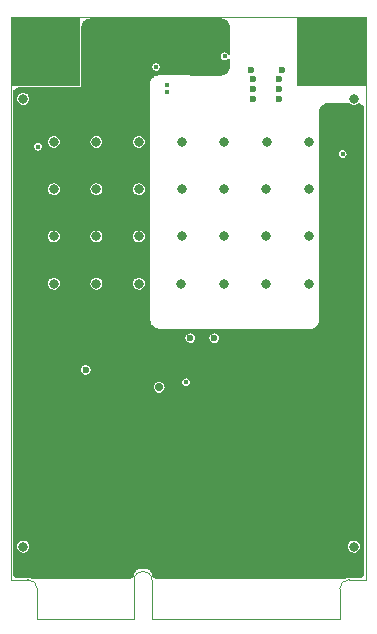
<source format=gbr>
G04 #@! TF.GenerationSoftware,KiCad,Pcbnew,5.1.5+dfsg1-2build2*
G04 #@! TF.CreationDate,2021-01-22T23:18:45+11:00*
G04 #@! TF.ProjectId,mPCIe-LEA-4L,6d504349-652d-44c4-9541-2d344c2e6b69,1*
G04 #@! TF.SameCoordinates,Original*
G04 #@! TF.FileFunction,Copper,L3,Inr*
G04 #@! TF.FilePolarity,Positive*
%FSLAX46Y46*%
G04 Gerber Fmt 4.6, Leading zero omitted, Abs format (unit mm)*
G04 Created by KiCad (PCBNEW 5.1.5+dfsg1-2build2) date 2021-01-22 23:18:45*
%MOMM*%
%LPD*%
G04 APERTURE LIST*
G04 #@! TA.AperFunction,EtchedComponent*
%ADD10C,0.050000*%
G04 #@! TD*
G04 #@! TA.AperFunction,ViaPad*
%ADD11C,0.350000*%
G04 #@! TD*
G04 #@! TA.AperFunction,ViaPad*
%ADD12C,0.600000*%
G04 #@! TD*
G04 #@! TA.AperFunction,ViaPad*
%ADD13C,0.800000*%
G04 #@! TD*
G04 #@! TA.AperFunction,ViaPad*
%ADD14C,0.700000*%
G04 #@! TD*
G04 #@! TA.AperFunction,ViaPad*
%ADD15C,0.500000*%
G04 #@! TD*
G04 #@! TA.AperFunction,ViaPad*
%ADD16C,0.450000*%
G04 #@! TD*
G04 #@! TA.AperFunction,Conductor*
%ADD17C,0.127000*%
G04 #@! TD*
G04 APERTURE END LIST*
D10*
G04 #@! TO.C,PC1*
X136900000Y-125000000D02*
X136900000Y-121750000D01*
X127200000Y-125000000D02*
X127200000Y-122500000D01*
X125000000Y-121700000D02*
X126400000Y-121700000D01*
X152800000Y-125000000D02*
X152800000Y-122500000D01*
X153600000Y-121700000D02*
X155000000Y-121700000D01*
X135400000Y-125000000D02*
X127200000Y-125000000D01*
X125000000Y-74050000D02*
X155000000Y-74050000D01*
X155000000Y-121700000D02*
X155000000Y-74050000D01*
X125000000Y-121700000D02*
X125000000Y-74050000D01*
X136900000Y-125000000D02*
X152800000Y-125000000D01*
X135400000Y-125000000D02*
X135400000Y-121750000D01*
X153600000Y-121700000D02*
G75*
G03X152800000Y-122500000I0J-800000D01*
G01*
X126400000Y-121700000D02*
G75*
G02X127200000Y-122500000I0J-800000D01*
G01*
X135400000Y-121750000D02*
G75*
G02X136900000Y-121750000I750000J0D01*
G01*
G04 #@! TD*
G04 #@! TA.AperFunction,ViaPad*
D11*
G04 #@! TO.N,GND*
G04 #@! TO.C,PC1*
G36*
X155004877Y-74025480D02*
G01*
X155009567Y-74026903D01*
X155013889Y-74029213D01*
X155017678Y-74032322D01*
X155020787Y-74036111D01*
X155023097Y-74040433D01*
X155024520Y-74045123D01*
X155025000Y-74050000D01*
X155025000Y-79850000D01*
X155024520Y-79854877D01*
X155023097Y-79859567D01*
X155020787Y-79863889D01*
X155017678Y-79867678D01*
X155013889Y-79870787D01*
X155009567Y-79873097D01*
X155004877Y-79874520D01*
X155000000Y-79875000D01*
X149200000Y-79875000D01*
X149195123Y-79874520D01*
X149190433Y-79873097D01*
X149186111Y-79870787D01*
X149182322Y-79867678D01*
X149179213Y-79863889D01*
X149176903Y-79859567D01*
X149175480Y-79854877D01*
X149175000Y-79850000D01*
X149175000Y-74050000D01*
X149175480Y-74045123D01*
X149176903Y-74040433D01*
X149179213Y-74036111D01*
X149182322Y-74032322D01*
X149186111Y-74029213D01*
X149190433Y-74026903D01*
X149195123Y-74025480D01*
X149200000Y-74025000D01*
X155000000Y-74025000D01*
X155004877Y-74025480D01*
G37*
G04 #@! TD.AperFunction*
G04 #@! TA.AperFunction,ViaPad*
G36*
X130804877Y-74025480D02*
G01*
X130809567Y-74026903D01*
X130813889Y-74029213D01*
X130817678Y-74032322D01*
X130820787Y-74036111D01*
X130823097Y-74040433D01*
X130824520Y-74045123D01*
X130825000Y-74050000D01*
X130825000Y-79850000D01*
X130824520Y-79854877D01*
X130823097Y-79859567D01*
X130820787Y-79863889D01*
X130817678Y-79867678D01*
X130813889Y-79870787D01*
X130809567Y-79873097D01*
X130804877Y-79874520D01*
X130800000Y-79875000D01*
X125000000Y-79875000D01*
X124995123Y-79874520D01*
X124990433Y-79873097D01*
X124986111Y-79870787D01*
X124982322Y-79867678D01*
X124979213Y-79863889D01*
X124976903Y-79859567D01*
X124975480Y-79854877D01*
X124975000Y-79850000D01*
X124975000Y-74050000D01*
X124975480Y-74045123D01*
X124976903Y-74040433D01*
X124979213Y-74036111D01*
X124982322Y-74032322D01*
X124986111Y-74029213D01*
X124990433Y-74026903D01*
X124995123Y-74025480D01*
X125000000Y-74025000D01*
X130800000Y-74025000D01*
X130804877Y-74025480D01*
G37*
G04 #@! TD.AperFunction*
G04 #@! TD*
D12*
G04 #@! TO.N,GND*
X131300000Y-103950000D03*
X145500000Y-80200000D03*
D13*
X132200000Y-96650000D03*
X128600000Y-96650000D03*
X135800000Y-84650000D03*
D12*
X145500000Y-79350000D03*
X147700000Y-79350000D03*
D13*
X132190000Y-84650000D03*
X135800000Y-96650000D03*
X135800000Y-92650000D03*
X135800000Y-88650000D03*
X128600000Y-84650000D03*
X132200000Y-92650000D03*
X132200000Y-88650000D03*
D12*
X147700000Y-80200000D03*
D13*
X128600000Y-88650000D03*
X128600000Y-92650000D03*
X150200000Y-88650000D03*
X143000000Y-88650000D03*
X126000000Y-118900000D03*
X146600000Y-88650000D03*
X146600000Y-96650000D03*
X139400000Y-96650000D03*
X150200000Y-92650000D03*
X150200000Y-96650000D03*
X146600000Y-92650000D03*
X143000000Y-92650000D03*
X146610000Y-84650000D03*
X154000000Y-118900000D03*
X143000000Y-84650000D03*
X150200000Y-84650000D03*
D12*
X147900000Y-78550000D03*
X145300000Y-78550000D03*
X147700000Y-81000000D03*
X145500000Y-81000000D03*
D13*
X143000000Y-96650000D03*
X139450000Y-88650000D03*
X139450000Y-92650000D03*
X139450000Y-84650000D03*
X154000000Y-81000000D03*
X126000000Y-81000000D03*
D14*
X137525000Y-105425000D03*
D12*
X142175000Y-101250000D03*
X140150000Y-101250000D03*
D14*
G04 #@! TO.N,+3.3V*
X147000000Y-121150000D03*
D12*
X151300000Y-107125000D03*
D14*
X140600000Y-121150000D03*
X128600000Y-121150000D03*
X151800000Y-121150000D03*
D15*
X135000000Y-76050000D03*
X139050000Y-76050000D03*
X143000000Y-76050000D03*
D14*
X132600000Y-110150000D03*
D12*
X135100000Y-83900000D03*
D14*
X136200000Y-97900000D03*
X135950000Y-105425000D03*
D16*
G04 #@! TO.N,/~LED_WLAN*
X153050000Y-85675000D03*
X143050000Y-77400000D03*
G04 #@! TO.N,/~LED_WWAN*
X127250000Y-85050000D03*
X137250000Y-78300000D03*
G04 #@! TO.N,/USB_D+*
X138200000Y-79798000D03*
G04 #@! TO.N,/USB_D-*
X138200000Y-80402000D03*
G04 #@! TO.N,/~RESET*
X139800000Y-105000000D03*
G04 #@! TD*
D17*
G04 #@! TO.N,+3.3V*
G36*
X142899256Y-74281220D02*
G01*
X143044692Y-74332293D01*
X143175058Y-74414544D01*
X143283768Y-74523822D01*
X143365342Y-74654614D01*
X143415656Y-74800315D01*
X143432561Y-74957147D01*
X143420845Y-77209547D01*
X143418211Y-77203187D01*
X143372740Y-77135134D01*
X143314866Y-77077260D01*
X143246813Y-77031789D01*
X143171197Y-77000468D01*
X143090923Y-76984500D01*
X143009077Y-76984500D01*
X142928803Y-77000468D01*
X142853187Y-77031789D01*
X142785134Y-77077260D01*
X142727260Y-77135134D01*
X142681789Y-77203187D01*
X142650468Y-77278803D01*
X142634500Y-77359077D01*
X142634500Y-77440923D01*
X142650468Y-77521197D01*
X142681789Y-77596813D01*
X142727260Y-77664866D01*
X142785134Y-77722740D01*
X142853187Y-77768211D01*
X142928803Y-77799532D01*
X143009077Y-77815500D01*
X143090923Y-77815500D01*
X143171197Y-77799532D01*
X143246813Y-77768211D01*
X143314866Y-77722740D01*
X143372740Y-77664866D01*
X143418211Y-77596813D01*
X143418839Y-77595297D01*
X143415408Y-78254875D01*
X143397067Y-78410698D01*
X143345784Y-78555177D01*
X143263699Y-78684659D01*
X143154909Y-78792684D01*
X143024847Y-78873856D01*
X142880010Y-78924120D01*
X142724073Y-78941359D01*
X137477382Y-78931643D01*
X137470258Y-78932031D01*
X137303018Y-78950597D01*
X137289123Y-78953747D01*
X137130231Y-79009131D01*
X137117390Y-79015300D01*
X136974844Y-79104714D01*
X136963700Y-79113590D01*
X136844676Y-79232532D01*
X136835792Y-79243670D01*
X136746280Y-79386155D01*
X136740103Y-79398992D01*
X136684610Y-79557846D01*
X136681450Y-79571738D01*
X136662769Y-79738965D01*
X136662376Y-79746089D01*
X136685630Y-99715409D01*
X136686036Y-99722501D01*
X136704944Y-99888974D01*
X136708109Y-99902802D01*
X136763501Y-100060924D01*
X136769657Y-100073704D01*
X136858768Y-100215584D01*
X136867607Y-100226678D01*
X136985992Y-100345236D01*
X136997074Y-100354092D01*
X137138824Y-100443411D01*
X137151595Y-100449586D01*
X137309636Y-100505208D01*
X137323459Y-100508393D01*
X137489905Y-100527543D01*
X137496996Y-100527959D01*
X150297866Y-100561528D01*
X150304989Y-100561146D01*
X150472203Y-100542718D01*
X150486096Y-100539580D01*
X150644996Y-100484346D01*
X150657841Y-100478190D01*
X150800432Y-100388928D01*
X150811580Y-100380064D01*
X150930690Y-100261267D01*
X150939583Y-100250141D01*
X151029218Y-100107784D01*
X151035408Y-100094956D01*
X151091058Y-99936201D01*
X151094232Y-99922317D01*
X151113099Y-99755153D01*
X151113500Y-99748031D01*
X151113500Y-85634077D01*
X152634500Y-85634077D01*
X152634500Y-85715923D01*
X152650468Y-85796197D01*
X152681789Y-85871813D01*
X152727260Y-85939866D01*
X152785134Y-85997740D01*
X152853187Y-86043211D01*
X152928803Y-86074532D01*
X153009077Y-86090500D01*
X153090923Y-86090500D01*
X153171197Y-86074532D01*
X153246813Y-86043211D01*
X153314866Y-85997740D01*
X153372740Y-85939866D01*
X153418211Y-85871813D01*
X153449532Y-85796197D01*
X153465500Y-85715923D01*
X153465500Y-85634077D01*
X153449532Y-85553803D01*
X153418211Y-85478187D01*
X153372740Y-85410134D01*
X153314866Y-85352260D01*
X153246813Y-85306789D01*
X153171197Y-85275468D01*
X153090923Y-85259500D01*
X153009077Y-85259500D01*
X152928803Y-85275468D01*
X152853187Y-85306789D01*
X152785134Y-85352260D01*
X152727260Y-85410134D01*
X152681789Y-85478187D01*
X152650468Y-85553803D01*
X152634500Y-85634077D01*
X151113500Y-85634077D01*
X151113500Y-82103569D01*
X151131104Y-81947329D01*
X151181848Y-81802311D01*
X151263587Y-81672224D01*
X151372224Y-81563587D01*
X151502311Y-81481848D01*
X151647329Y-81431104D01*
X151803569Y-81413500D01*
X153578407Y-81413500D01*
X153623578Y-81458671D01*
X153720293Y-81523294D01*
X153827758Y-81567807D01*
X153941841Y-81590500D01*
X154058159Y-81590500D01*
X154172242Y-81567807D01*
X154279707Y-81523294D01*
X154376422Y-81458671D01*
X154403647Y-81431446D01*
X154547689Y-81481848D01*
X154677776Y-81563587D01*
X154784501Y-81670312D01*
X154784500Y-121329689D01*
X154677776Y-121436413D01*
X154601246Y-121484500D01*
X153589421Y-121484500D01*
X153579870Y-121485441D01*
X153574882Y-121485406D01*
X153571888Y-121485700D01*
X153416611Y-121502021D01*
X153397476Y-121505949D01*
X153378294Y-121509608D01*
X153375413Y-121510477D01*
X153226264Y-121556646D01*
X153208249Y-121564219D01*
X153190147Y-121571532D01*
X153187495Y-121572942D01*
X153187491Y-121572944D01*
X153187490Y-121572945D01*
X153162421Y-121586500D01*
X137329997Y-121586500D01*
X137213535Y-121568054D01*
X137112980Y-121516819D01*
X137072279Y-121476118D01*
X137044765Y-121389383D01*
X137037059Y-121371404D01*
X137029627Y-121353373D01*
X137028196Y-121350726D01*
X136966402Y-121238322D01*
X136941917Y-121083734D01*
X136938774Y-121071690D01*
X136935778Y-121064840D01*
X136875411Y-120946363D01*
X136868700Y-120935879D01*
X136863733Y-120930290D01*
X136769710Y-120836267D01*
X136760088Y-120828370D01*
X136753637Y-120824589D01*
X136635160Y-120764222D01*
X136623568Y-120759685D01*
X136616266Y-120758083D01*
X136484934Y-120737282D01*
X136475000Y-120736500D01*
X135825000Y-120736500D01*
X135815066Y-120737282D01*
X135683734Y-120758083D01*
X135671690Y-120761226D01*
X135664840Y-120764222D01*
X135546363Y-120824589D01*
X135535879Y-120831300D01*
X135530290Y-120836267D01*
X135436267Y-120930290D01*
X135428370Y-120939912D01*
X135424589Y-120946363D01*
X135364222Y-121064840D01*
X135359685Y-121076432D01*
X135358083Y-121083735D01*
X135337283Y-121215067D01*
X135334015Y-121235700D01*
X135266315Y-121363025D01*
X135258871Y-121381085D01*
X135251177Y-121399037D01*
X135250288Y-121401908D01*
X135250288Y-121401910D01*
X135250287Y-121401912D01*
X135227953Y-121475887D01*
X135187021Y-121516819D01*
X135086466Y-121568054D01*
X134970004Y-121586500D01*
X126836893Y-121586500D01*
X126806027Y-121570088D01*
X126787979Y-121562649D01*
X126770017Y-121554950D01*
X126767152Y-121554064D01*
X126767142Y-121554060D01*
X126767132Y-121554058D01*
X126617673Y-121508934D01*
X126598539Y-121505145D01*
X126579409Y-121501079D01*
X126576425Y-121500766D01*
X126576415Y-121500764D01*
X126576406Y-121500764D01*
X126421029Y-121485529D01*
X126421026Y-121485529D01*
X126410579Y-121484500D01*
X125398754Y-121484500D01*
X125322224Y-121436413D01*
X125215500Y-121329689D01*
X125215500Y-118841841D01*
X125409500Y-118841841D01*
X125409500Y-118958159D01*
X125432193Y-119072242D01*
X125476706Y-119179707D01*
X125541329Y-119276422D01*
X125623578Y-119358671D01*
X125720293Y-119423294D01*
X125827758Y-119467807D01*
X125941841Y-119490500D01*
X126058159Y-119490500D01*
X126172242Y-119467807D01*
X126279707Y-119423294D01*
X126376422Y-119358671D01*
X126458671Y-119276422D01*
X126523294Y-119179707D01*
X126567807Y-119072242D01*
X126590500Y-118958159D01*
X126590500Y-118841841D01*
X153409500Y-118841841D01*
X153409500Y-118958159D01*
X153432193Y-119072242D01*
X153476706Y-119179707D01*
X153541329Y-119276422D01*
X153623578Y-119358671D01*
X153720293Y-119423294D01*
X153827758Y-119467807D01*
X153941841Y-119490500D01*
X154058159Y-119490500D01*
X154172242Y-119467807D01*
X154279707Y-119423294D01*
X154376422Y-119358671D01*
X154458671Y-119276422D01*
X154523294Y-119179707D01*
X154567807Y-119072242D01*
X154590500Y-118958159D01*
X154590500Y-118841841D01*
X154567807Y-118727758D01*
X154523294Y-118620293D01*
X154458671Y-118523578D01*
X154376422Y-118441329D01*
X154279707Y-118376706D01*
X154172242Y-118332193D01*
X154058159Y-118309500D01*
X153941841Y-118309500D01*
X153827758Y-118332193D01*
X153720293Y-118376706D01*
X153623578Y-118441329D01*
X153541329Y-118523578D01*
X153476706Y-118620293D01*
X153432193Y-118727758D01*
X153409500Y-118841841D01*
X126590500Y-118841841D01*
X126567807Y-118727758D01*
X126523294Y-118620293D01*
X126458671Y-118523578D01*
X126376422Y-118441329D01*
X126279707Y-118376706D01*
X126172242Y-118332193D01*
X126058159Y-118309500D01*
X125941841Y-118309500D01*
X125827758Y-118332193D01*
X125720293Y-118376706D01*
X125623578Y-118441329D01*
X125541329Y-118523578D01*
X125476706Y-118620293D01*
X125432193Y-118727758D01*
X125409500Y-118841841D01*
X125215500Y-118841841D01*
X125215500Y-105371765D01*
X136984500Y-105371765D01*
X136984500Y-105478235D01*
X137005271Y-105582658D01*
X137046015Y-105681023D01*
X137105166Y-105769549D01*
X137180451Y-105844834D01*
X137268977Y-105903985D01*
X137367342Y-105944729D01*
X137471765Y-105965500D01*
X137578235Y-105965500D01*
X137682658Y-105944729D01*
X137781023Y-105903985D01*
X137869549Y-105844834D01*
X137944834Y-105769549D01*
X138003985Y-105681023D01*
X138044729Y-105582658D01*
X138065500Y-105478235D01*
X138065500Y-105371765D01*
X138044729Y-105267342D01*
X138003985Y-105168977D01*
X137944834Y-105080451D01*
X137869549Y-105005166D01*
X137800572Y-104959077D01*
X139384500Y-104959077D01*
X139384500Y-105040923D01*
X139400468Y-105121197D01*
X139431789Y-105196813D01*
X139477260Y-105264866D01*
X139535134Y-105322740D01*
X139603187Y-105368211D01*
X139678803Y-105399532D01*
X139759077Y-105415500D01*
X139840923Y-105415500D01*
X139921197Y-105399532D01*
X139996813Y-105368211D01*
X140064866Y-105322740D01*
X140122740Y-105264866D01*
X140168211Y-105196813D01*
X140199532Y-105121197D01*
X140215500Y-105040923D01*
X140215500Y-104959077D01*
X140199532Y-104878803D01*
X140168211Y-104803187D01*
X140122740Y-104735134D01*
X140064866Y-104677260D01*
X139996813Y-104631789D01*
X139921197Y-104600468D01*
X139840923Y-104584500D01*
X139759077Y-104584500D01*
X139678803Y-104600468D01*
X139603187Y-104631789D01*
X139535134Y-104677260D01*
X139477260Y-104735134D01*
X139431789Y-104803187D01*
X139400468Y-104878803D01*
X139384500Y-104959077D01*
X137800572Y-104959077D01*
X137781023Y-104946015D01*
X137682658Y-104905271D01*
X137578235Y-104884500D01*
X137471765Y-104884500D01*
X137367342Y-104905271D01*
X137268977Y-104946015D01*
X137180451Y-105005166D01*
X137105166Y-105080451D01*
X137046015Y-105168977D01*
X137005271Y-105267342D01*
X136984500Y-105371765D01*
X125215500Y-105371765D01*
X125215500Y-103901690D01*
X130809500Y-103901690D01*
X130809500Y-103998310D01*
X130828350Y-104093073D01*
X130865325Y-104182339D01*
X130919004Y-104262675D01*
X130987325Y-104330996D01*
X131067661Y-104384675D01*
X131156927Y-104421650D01*
X131251690Y-104440500D01*
X131348310Y-104440500D01*
X131443073Y-104421650D01*
X131532339Y-104384675D01*
X131612675Y-104330996D01*
X131680996Y-104262675D01*
X131734675Y-104182339D01*
X131771650Y-104093073D01*
X131790500Y-103998310D01*
X131790500Y-103901690D01*
X131771650Y-103806927D01*
X131734675Y-103717661D01*
X131680996Y-103637325D01*
X131612675Y-103569004D01*
X131532339Y-103515325D01*
X131443073Y-103478350D01*
X131348310Y-103459500D01*
X131251690Y-103459500D01*
X131156927Y-103478350D01*
X131067661Y-103515325D01*
X130987325Y-103569004D01*
X130919004Y-103637325D01*
X130865325Y-103717661D01*
X130828350Y-103806927D01*
X130809500Y-103901690D01*
X125215500Y-103901690D01*
X125215500Y-101201690D01*
X139659500Y-101201690D01*
X139659500Y-101298310D01*
X139678350Y-101393073D01*
X139715325Y-101482339D01*
X139769004Y-101562675D01*
X139837325Y-101630996D01*
X139917661Y-101684675D01*
X140006927Y-101721650D01*
X140101690Y-101740500D01*
X140198310Y-101740500D01*
X140293073Y-101721650D01*
X140382339Y-101684675D01*
X140462675Y-101630996D01*
X140530996Y-101562675D01*
X140584675Y-101482339D01*
X140621650Y-101393073D01*
X140640500Y-101298310D01*
X140640500Y-101201690D01*
X141684500Y-101201690D01*
X141684500Y-101298310D01*
X141703350Y-101393073D01*
X141740325Y-101482339D01*
X141794004Y-101562675D01*
X141862325Y-101630996D01*
X141942661Y-101684675D01*
X142031927Y-101721650D01*
X142126690Y-101740500D01*
X142223310Y-101740500D01*
X142318073Y-101721650D01*
X142407339Y-101684675D01*
X142487675Y-101630996D01*
X142555996Y-101562675D01*
X142609675Y-101482339D01*
X142646650Y-101393073D01*
X142665500Y-101298310D01*
X142665500Y-101201690D01*
X142646650Y-101106927D01*
X142609675Y-101017661D01*
X142555996Y-100937325D01*
X142487675Y-100869004D01*
X142407339Y-100815325D01*
X142318073Y-100778350D01*
X142223310Y-100759500D01*
X142126690Y-100759500D01*
X142031927Y-100778350D01*
X141942661Y-100815325D01*
X141862325Y-100869004D01*
X141794004Y-100937325D01*
X141740325Y-101017661D01*
X141703350Y-101106927D01*
X141684500Y-101201690D01*
X140640500Y-101201690D01*
X140621650Y-101106927D01*
X140584675Y-101017661D01*
X140530996Y-100937325D01*
X140462675Y-100869004D01*
X140382339Y-100815325D01*
X140293073Y-100778350D01*
X140198310Y-100759500D01*
X140101690Y-100759500D01*
X140006927Y-100778350D01*
X139917661Y-100815325D01*
X139837325Y-100869004D01*
X139769004Y-100937325D01*
X139715325Y-101017661D01*
X139678350Y-101106927D01*
X139659500Y-101201690D01*
X125215500Y-101201690D01*
X125215500Y-96591841D01*
X128009500Y-96591841D01*
X128009500Y-96708159D01*
X128032193Y-96822242D01*
X128076706Y-96929707D01*
X128141329Y-97026422D01*
X128223578Y-97108671D01*
X128320293Y-97173294D01*
X128427758Y-97217807D01*
X128541841Y-97240500D01*
X128658159Y-97240500D01*
X128772242Y-97217807D01*
X128879707Y-97173294D01*
X128976422Y-97108671D01*
X129058671Y-97026422D01*
X129123294Y-96929707D01*
X129167807Y-96822242D01*
X129190500Y-96708159D01*
X129190500Y-96591841D01*
X131609500Y-96591841D01*
X131609500Y-96708159D01*
X131632193Y-96822242D01*
X131676706Y-96929707D01*
X131741329Y-97026422D01*
X131823578Y-97108671D01*
X131920293Y-97173294D01*
X132027758Y-97217807D01*
X132141841Y-97240500D01*
X132258159Y-97240500D01*
X132372242Y-97217807D01*
X132479707Y-97173294D01*
X132576422Y-97108671D01*
X132658671Y-97026422D01*
X132723294Y-96929707D01*
X132767807Y-96822242D01*
X132790500Y-96708159D01*
X132790500Y-96591841D01*
X135209500Y-96591841D01*
X135209500Y-96708159D01*
X135232193Y-96822242D01*
X135276706Y-96929707D01*
X135341329Y-97026422D01*
X135423578Y-97108671D01*
X135520293Y-97173294D01*
X135627758Y-97217807D01*
X135741841Y-97240500D01*
X135858159Y-97240500D01*
X135972242Y-97217807D01*
X136079707Y-97173294D01*
X136176422Y-97108671D01*
X136258671Y-97026422D01*
X136323294Y-96929707D01*
X136367807Y-96822242D01*
X136390500Y-96708159D01*
X136390500Y-96591841D01*
X136367807Y-96477758D01*
X136323294Y-96370293D01*
X136258671Y-96273578D01*
X136176422Y-96191329D01*
X136079707Y-96126706D01*
X135972242Y-96082193D01*
X135858159Y-96059500D01*
X135741841Y-96059500D01*
X135627758Y-96082193D01*
X135520293Y-96126706D01*
X135423578Y-96191329D01*
X135341329Y-96273578D01*
X135276706Y-96370293D01*
X135232193Y-96477758D01*
X135209500Y-96591841D01*
X132790500Y-96591841D01*
X132767807Y-96477758D01*
X132723294Y-96370293D01*
X132658671Y-96273578D01*
X132576422Y-96191329D01*
X132479707Y-96126706D01*
X132372242Y-96082193D01*
X132258159Y-96059500D01*
X132141841Y-96059500D01*
X132027758Y-96082193D01*
X131920293Y-96126706D01*
X131823578Y-96191329D01*
X131741329Y-96273578D01*
X131676706Y-96370293D01*
X131632193Y-96477758D01*
X131609500Y-96591841D01*
X129190500Y-96591841D01*
X129167807Y-96477758D01*
X129123294Y-96370293D01*
X129058671Y-96273578D01*
X128976422Y-96191329D01*
X128879707Y-96126706D01*
X128772242Y-96082193D01*
X128658159Y-96059500D01*
X128541841Y-96059500D01*
X128427758Y-96082193D01*
X128320293Y-96126706D01*
X128223578Y-96191329D01*
X128141329Y-96273578D01*
X128076706Y-96370293D01*
X128032193Y-96477758D01*
X128009500Y-96591841D01*
X125215500Y-96591841D01*
X125215500Y-92591841D01*
X128009500Y-92591841D01*
X128009500Y-92708159D01*
X128032193Y-92822242D01*
X128076706Y-92929707D01*
X128141329Y-93026422D01*
X128223578Y-93108671D01*
X128320293Y-93173294D01*
X128427758Y-93217807D01*
X128541841Y-93240500D01*
X128658159Y-93240500D01*
X128772242Y-93217807D01*
X128879707Y-93173294D01*
X128976422Y-93108671D01*
X129058671Y-93026422D01*
X129123294Y-92929707D01*
X129167807Y-92822242D01*
X129190500Y-92708159D01*
X129190500Y-92591841D01*
X131609500Y-92591841D01*
X131609500Y-92708159D01*
X131632193Y-92822242D01*
X131676706Y-92929707D01*
X131741329Y-93026422D01*
X131823578Y-93108671D01*
X131920293Y-93173294D01*
X132027758Y-93217807D01*
X132141841Y-93240500D01*
X132258159Y-93240500D01*
X132372242Y-93217807D01*
X132479707Y-93173294D01*
X132576422Y-93108671D01*
X132658671Y-93026422D01*
X132723294Y-92929707D01*
X132767807Y-92822242D01*
X132790500Y-92708159D01*
X132790500Y-92591841D01*
X135209500Y-92591841D01*
X135209500Y-92708159D01*
X135232193Y-92822242D01*
X135276706Y-92929707D01*
X135341329Y-93026422D01*
X135423578Y-93108671D01*
X135520293Y-93173294D01*
X135627758Y-93217807D01*
X135741841Y-93240500D01*
X135858159Y-93240500D01*
X135972242Y-93217807D01*
X136079707Y-93173294D01*
X136176422Y-93108671D01*
X136258671Y-93026422D01*
X136323294Y-92929707D01*
X136367807Y-92822242D01*
X136390500Y-92708159D01*
X136390500Y-92591841D01*
X136367807Y-92477758D01*
X136323294Y-92370293D01*
X136258671Y-92273578D01*
X136176422Y-92191329D01*
X136079707Y-92126706D01*
X135972242Y-92082193D01*
X135858159Y-92059500D01*
X135741841Y-92059500D01*
X135627758Y-92082193D01*
X135520293Y-92126706D01*
X135423578Y-92191329D01*
X135341329Y-92273578D01*
X135276706Y-92370293D01*
X135232193Y-92477758D01*
X135209500Y-92591841D01*
X132790500Y-92591841D01*
X132767807Y-92477758D01*
X132723294Y-92370293D01*
X132658671Y-92273578D01*
X132576422Y-92191329D01*
X132479707Y-92126706D01*
X132372242Y-92082193D01*
X132258159Y-92059500D01*
X132141841Y-92059500D01*
X132027758Y-92082193D01*
X131920293Y-92126706D01*
X131823578Y-92191329D01*
X131741329Y-92273578D01*
X131676706Y-92370293D01*
X131632193Y-92477758D01*
X131609500Y-92591841D01*
X129190500Y-92591841D01*
X129167807Y-92477758D01*
X129123294Y-92370293D01*
X129058671Y-92273578D01*
X128976422Y-92191329D01*
X128879707Y-92126706D01*
X128772242Y-92082193D01*
X128658159Y-92059500D01*
X128541841Y-92059500D01*
X128427758Y-92082193D01*
X128320293Y-92126706D01*
X128223578Y-92191329D01*
X128141329Y-92273578D01*
X128076706Y-92370293D01*
X128032193Y-92477758D01*
X128009500Y-92591841D01*
X125215500Y-92591841D01*
X125215500Y-88591841D01*
X128009500Y-88591841D01*
X128009500Y-88708159D01*
X128032193Y-88822242D01*
X128076706Y-88929707D01*
X128141329Y-89026422D01*
X128223578Y-89108671D01*
X128320293Y-89173294D01*
X128427758Y-89217807D01*
X128541841Y-89240500D01*
X128658159Y-89240500D01*
X128772242Y-89217807D01*
X128879707Y-89173294D01*
X128976422Y-89108671D01*
X129058671Y-89026422D01*
X129123294Y-88929707D01*
X129167807Y-88822242D01*
X129190500Y-88708159D01*
X129190500Y-88591841D01*
X131609500Y-88591841D01*
X131609500Y-88708159D01*
X131632193Y-88822242D01*
X131676706Y-88929707D01*
X131741329Y-89026422D01*
X131823578Y-89108671D01*
X131920293Y-89173294D01*
X132027758Y-89217807D01*
X132141841Y-89240500D01*
X132258159Y-89240500D01*
X132372242Y-89217807D01*
X132479707Y-89173294D01*
X132576422Y-89108671D01*
X132658671Y-89026422D01*
X132723294Y-88929707D01*
X132767807Y-88822242D01*
X132790500Y-88708159D01*
X132790500Y-88591841D01*
X135209500Y-88591841D01*
X135209500Y-88708159D01*
X135232193Y-88822242D01*
X135276706Y-88929707D01*
X135341329Y-89026422D01*
X135423578Y-89108671D01*
X135520293Y-89173294D01*
X135627758Y-89217807D01*
X135741841Y-89240500D01*
X135858159Y-89240500D01*
X135972242Y-89217807D01*
X136079707Y-89173294D01*
X136176422Y-89108671D01*
X136258671Y-89026422D01*
X136323294Y-88929707D01*
X136367807Y-88822242D01*
X136390500Y-88708159D01*
X136390500Y-88591841D01*
X136367807Y-88477758D01*
X136323294Y-88370293D01*
X136258671Y-88273578D01*
X136176422Y-88191329D01*
X136079707Y-88126706D01*
X135972242Y-88082193D01*
X135858159Y-88059500D01*
X135741841Y-88059500D01*
X135627758Y-88082193D01*
X135520293Y-88126706D01*
X135423578Y-88191329D01*
X135341329Y-88273578D01*
X135276706Y-88370293D01*
X135232193Y-88477758D01*
X135209500Y-88591841D01*
X132790500Y-88591841D01*
X132767807Y-88477758D01*
X132723294Y-88370293D01*
X132658671Y-88273578D01*
X132576422Y-88191329D01*
X132479707Y-88126706D01*
X132372242Y-88082193D01*
X132258159Y-88059500D01*
X132141841Y-88059500D01*
X132027758Y-88082193D01*
X131920293Y-88126706D01*
X131823578Y-88191329D01*
X131741329Y-88273578D01*
X131676706Y-88370293D01*
X131632193Y-88477758D01*
X131609500Y-88591841D01*
X129190500Y-88591841D01*
X129167807Y-88477758D01*
X129123294Y-88370293D01*
X129058671Y-88273578D01*
X128976422Y-88191329D01*
X128879707Y-88126706D01*
X128772242Y-88082193D01*
X128658159Y-88059500D01*
X128541841Y-88059500D01*
X128427758Y-88082193D01*
X128320293Y-88126706D01*
X128223578Y-88191329D01*
X128141329Y-88273578D01*
X128076706Y-88370293D01*
X128032193Y-88477758D01*
X128009500Y-88591841D01*
X125215500Y-88591841D01*
X125215500Y-85009077D01*
X126834500Y-85009077D01*
X126834500Y-85090923D01*
X126850468Y-85171197D01*
X126881789Y-85246813D01*
X126927260Y-85314866D01*
X126985134Y-85372740D01*
X127053187Y-85418211D01*
X127128803Y-85449532D01*
X127209077Y-85465500D01*
X127290923Y-85465500D01*
X127371197Y-85449532D01*
X127446813Y-85418211D01*
X127514866Y-85372740D01*
X127572740Y-85314866D01*
X127618211Y-85246813D01*
X127649532Y-85171197D01*
X127665500Y-85090923D01*
X127665500Y-85009077D01*
X127649532Y-84928803D01*
X127618211Y-84853187D01*
X127572740Y-84785134D01*
X127514866Y-84727260D01*
X127446813Y-84681789D01*
X127371197Y-84650468D01*
X127290923Y-84634500D01*
X127209077Y-84634500D01*
X127128803Y-84650468D01*
X127053187Y-84681789D01*
X126985134Y-84727260D01*
X126927260Y-84785134D01*
X126881789Y-84853187D01*
X126850468Y-84928803D01*
X126834500Y-85009077D01*
X125215500Y-85009077D01*
X125215500Y-84591841D01*
X128009500Y-84591841D01*
X128009500Y-84708159D01*
X128032193Y-84822242D01*
X128076706Y-84929707D01*
X128141329Y-85026422D01*
X128223578Y-85108671D01*
X128320293Y-85173294D01*
X128427758Y-85217807D01*
X128541841Y-85240500D01*
X128658159Y-85240500D01*
X128772242Y-85217807D01*
X128879707Y-85173294D01*
X128976422Y-85108671D01*
X129058671Y-85026422D01*
X129123294Y-84929707D01*
X129167807Y-84822242D01*
X129190500Y-84708159D01*
X129190500Y-84591841D01*
X131599500Y-84591841D01*
X131599500Y-84708159D01*
X131622193Y-84822242D01*
X131666706Y-84929707D01*
X131731329Y-85026422D01*
X131813578Y-85108671D01*
X131910293Y-85173294D01*
X132017758Y-85217807D01*
X132131841Y-85240500D01*
X132248159Y-85240500D01*
X132362242Y-85217807D01*
X132469707Y-85173294D01*
X132566422Y-85108671D01*
X132648671Y-85026422D01*
X132713294Y-84929707D01*
X132757807Y-84822242D01*
X132780500Y-84708159D01*
X132780500Y-84591841D01*
X135209500Y-84591841D01*
X135209500Y-84708159D01*
X135232193Y-84822242D01*
X135276706Y-84929707D01*
X135341329Y-85026422D01*
X135423578Y-85108671D01*
X135520293Y-85173294D01*
X135627758Y-85217807D01*
X135741841Y-85240500D01*
X135858159Y-85240500D01*
X135972242Y-85217807D01*
X136079707Y-85173294D01*
X136176422Y-85108671D01*
X136258671Y-85026422D01*
X136323294Y-84929707D01*
X136367807Y-84822242D01*
X136390500Y-84708159D01*
X136390500Y-84591841D01*
X136367807Y-84477758D01*
X136323294Y-84370293D01*
X136258671Y-84273578D01*
X136176422Y-84191329D01*
X136079707Y-84126706D01*
X135972242Y-84082193D01*
X135858159Y-84059500D01*
X135741841Y-84059500D01*
X135627758Y-84082193D01*
X135520293Y-84126706D01*
X135423578Y-84191329D01*
X135341329Y-84273578D01*
X135276706Y-84370293D01*
X135232193Y-84477758D01*
X135209500Y-84591841D01*
X132780500Y-84591841D01*
X132757807Y-84477758D01*
X132713294Y-84370293D01*
X132648671Y-84273578D01*
X132566422Y-84191329D01*
X132469707Y-84126706D01*
X132362242Y-84082193D01*
X132248159Y-84059500D01*
X132131841Y-84059500D01*
X132017758Y-84082193D01*
X131910293Y-84126706D01*
X131813578Y-84191329D01*
X131731329Y-84273578D01*
X131666706Y-84370293D01*
X131622193Y-84477758D01*
X131599500Y-84591841D01*
X129190500Y-84591841D01*
X129167807Y-84477758D01*
X129123294Y-84370293D01*
X129058671Y-84273578D01*
X128976422Y-84191329D01*
X128879707Y-84126706D01*
X128772242Y-84082193D01*
X128658159Y-84059500D01*
X128541841Y-84059500D01*
X128427758Y-84082193D01*
X128320293Y-84126706D01*
X128223578Y-84191329D01*
X128141329Y-84273578D01*
X128076706Y-84370293D01*
X128032193Y-84477758D01*
X128009500Y-84591841D01*
X125215500Y-84591841D01*
X125215500Y-80941841D01*
X125409500Y-80941841D01*
X125409500Y-81058159D01*
X125432193Y-81172242D01*
X125476706Y-81279707D01*
X125541329Y-81376422D01*
X125623578Y-81458671D01*
X125720293Y-81523294D01*
X125827758Y-81567807D01*
X125941841Y-81590500D01*
X126058159Y-81590500D01*
X126172242Y-81567807D01*
X126279707Y-81523294D01*
X126376422Y-81458671D01*
X126458671Y-81376422D01*
X126523294Y-81279707D01*
X126567807Y-81172242D01*
X126590500Y-81058159D01*
X126590500Y-80941841D01*
X126567807Y-80827758D01*
X126523294Y-80720293D01*
X126458671Y-80623578D01*
X126376422Y-80541329D01*
X126279707Y-80476706D01*
X126172242Y-80432193D01*
X126058159Y-80409500D01*
X125941841Y-80409500D01*
X125827758Y-80432193D01*
X125720293Y-80476706D01*
X125623578Y-80541329D01*
X125541329Y-80623578D01*
X125476706Y-80720293D01*
X125432193Y-80827758D01*
X125409500Y-80941841D01*
X125215500Y-80941841D01*
X125215500Y-80320311D01*
X125322224Y-80213587D01*
X125452311Y-80131848D01*
X125597329Y-80081104D01*
X125727636Y-80066422D01*
X130800000Y-80066422D01*
X130818749Y-80065502D01*
X130823626Y-80065022D01*
X130860455Y-80057696D01*
X130865145Y-80056273D01*
X130899798Y-80041919D01*
X130904120Y-80039609D01*
X130935313Y-80018769D01*
X130939102Y-80015660D01*
X130965660Y-79989102D01*
X130968769Y-79985313D01*
X130989609Y-79954120D01*
X130991919Y-79949798D01*
X131006273Y-79915145D01*
X131007696Y-79910455D01*
X131015022Y-79873626D01*
X131015502Y-79868749D01*
X131016422Y-79850000D01*
X131016422Y-78259077D01*
X136834500Y-78259077D01*
X136834500Y-78340923D01*
X136850468Y-78421197D01*
X136881789Y-78496813D01*
X136927260Y-78564866D01*
X136985134Y-78622740D01*
X137053187Y-78668211D01*
X137128803Y-78699532D01*
X137209077Y-78715500D01*
X137290923Y-78715500D01*
X137371197Y-78699532D01*
X137446813Y-78668211D01*
X137514866Y-78622740D01*
X137572740Y-78564866D01*
X137618211Y-78496813D01*
X137649532Y-78421197D01*
X137665500Y-78340923D01*
X137665500Y-78259077D01*
X137649532Y-78178803D01*
X137618211Y-78103187D01*
X137572740Y-78035134D01*
X137514866Y-77977260D01*
X137446813Y-77931789D01*
X137371197Y-77900468D01*
X137290923Y-77884500D01*
X137209077Y-77884500D01*
X137128803Y-77900468D01*
X137053187Y-77931789D01*
X136985134Y-77977260D01*
X136927260Y-78035134D01*
X136881789Y-78103187D01*
X136850468Y-78178803D01*
X136834500Y-78259077D01*
X131016422Y-78259077D01*
X131016422Y-74927636D01*
X131031104Y-74797329D01*
X131081848Y-74652311D01*
X131163587Y-74522224D01*
X131272224Y-74413587D01*
X131402311Y-74331848D01*
X131547329Y-74281104D01*
X131685818Y-74265500D01*
X142760203Y-74265500D01*
X142899256Y-74281220D01*
G37*
X142899256Y-74281220D02*
X143044692Y-74332293D01*
X143175058Y-74414544D01*
X143283768Y-74523822D01*
X143365342Y-74654614D01*
X143415656Y-74800315D01*
X143432561Y-74957147D01*
X143420845Y-77209547D01*
X143418211Y-77203187D01*
X143372740Y-77135134D01*
X143314866Y-77077260D01*
X143246813Y-77031789D01*
X143171197Y-77000468D01*
X143090923Y-76984500D01*
X143009077Y-76984500D01*
X142928803Y-77000468D01*
X142853187Y-77031789D01*
X142785134Y-77077260D01*
X142727260Y-77135134D01*
X142681789Y-77203187D01*
X142650468Y-77278803D01*
X142634500Y-77359077D01*
X142634500Y-77440923D01*
X142650468Y-77521197D01*
X142681789Y-77596813D01*
X142727260Y-77664866D01*
X142785134Y-77722740D01*
X142853187Y-77768211D01*
X142928803Y-77799532D01*
X143009077Y-77815500D01*
X143090923Y-77815500D01*
X143171197Y-77799532D01*
X143246813Y-77768211D01*
X143314866Y-77722740D01*
X143372740Y-77664866D01*
X143418211Y-77596813D01*
X143418839Y-77595297D01*
X143415408Y-78254875D01*
X143397067Y-78410698D01*
X143345784Y-78555177D01*
X143263699Y-78684659D01*
X143154909Y-78792684D01*
X143024847Y-78873856D01*
X142880010Y-78924120D01*
X142724073Y-78941359D01*
X137477382Y-78931643D01*
X137470258Y-78932031D01*
X137303018Y-78950597D01*
X137289123Y-78953747D01*
X137130231Y-79009131D01*
X137117390Y-79015300D01*
X136974844Y-79104714D01*
X136963700Y-79113590D01*
X136844676Y-79232532D01*
X136835792Y-79243670D01*
X136746280Y-79386155D01*
X136740103Y-79398992D01*
X136684610Y-79557846D01*
X136681450Y-79571738D01*
X136662769Y-79738965D01*
X136662376Y-79746089D01*
X136685630Y-99715409D01*
X136686036Y-99722501D01*
X136704944Y-99888974D01*
X136708109Y-99902802D01*
X136763501Y-100060924D01*
X136769657Y-100073704D01*
X136858768Y-100215584D01*
X136867607Y-100226678D01*
X136985992Y-100345236D01*
X136997074Y-100354092D01*
X137138824Y-100443411D01*
X137151595Y-100449586D01*
X137309636Y-100505208D01*
X137323459Y-100508393D01*
X137489905Y-100527543D01*
X137496996Y-100527959D01*
X150297866Y-100561528D01*
X150304989Y-100561146D01*
X150472203Y-100542718D01*
X150486096Y-100539580D01*
X150644996Y-100484346D01*
X150657841Y-100478190D01*
X150800432Y-100388928D01*
X150811580Y-100380064D01*
X150930690Y-100261267D01*
X150939583Y-100250141D01*
X151029218Y-100107784D01*
X151035408Y-100094956D01*
X151091058Y-99936201D01*
X151094232Y-99922317D01*
X151113099Y-99755153D01*
X151113500Y-99748031D01*
X151113500Y-85634077D01*
X152634500Y-85634077D01*
X152634500Y-85715923D01*
X152650468Y-85796197D01*
X152681789Y-85871813D01*
X152727260Y-85939866D01*
X152785134Y-85997740D01*
X152853187Y-86043211D01*
X152928803Y-86074532D01*
X153009077Y-86090500D01*
X153090923Y-86090500D01*
X153171197Y-86074532D01*
X153246813Y-86043211D01*
X153314866Y-85997740D01*
X153372740Y-85939866D01*
X153418211Y-85871813D01*
X153449532Y-85796197D01*
X153465500Y-85715923D01*
X153465500Y-85634077D01*
X153449532Y-85553803D01*
X153418211Y-85478187D01*
X153372740Y-85410134D01*
X153314866Y-85352260D01*
X153246813Y-85306789D01*
X153171197Y-85275468D01*
X153090923Y-85259500D01*
X153009077Y-85259500D01*
X152928803Y-85275468D01*
X152853187Y-85306789D01*
X152785134Y-85352260D01*
X152727260Y-85410134D01*
X152681789Y-85478187D01*
X152650468Y-85553803D01*
X152634500Y-85634077D01*
X151113500Y-85634077D01*
X151113500Y-82103569D01*
X151131104Y-81947329D01*
X151181848Y-81802311D01*
X151263587Y-81672224D01*
X151372224Y-81563587D01*
X151502311Y-81481848D01*
X151647329Y-81431104D01*
X151803569Y-81413500D01*
X153578407Y-81413500D01*
X153623578Y-81458671D01*
X153720293Y-81523294D01*
X153827758Y-81567807D01*
X153941841Y-81590500D01*
X154058159Y-81590500D01*
X154172242Y-81567807D01*
X154279707Y-81523294D01*
X154376422Y-81458671D01*
X154403647Y-81431446D01*
X154547689Y-81481848D01*
X154677776Y-81563587D01*
X154784501Y-81670312D01*
X154784500Y-121329689D01*
X154677776Y-121436413D01*
X154601246Y-121484500D01*
X153589421Y-121484500D01*
X153579870Y-121485441D01*
X153574882Y-121485406D01*
X153571888Y-121485700D01*
X153416611Y-121502021D01*
X153397476Y-121505949D01*
X153378294Y-121509608D01*
X153375413Y-121510477D01*
X153226264Y-121556646D01*
X153208249Y-121564219D01*
X153190147Y-121571532D01*
X153187495Y-121572942D01*
X153187491Y-121572944D01*
X153187490Y-121572945D01*
X153162421Y-121586500D01*
X137329997Y-121586500D01*
X137213535Y-121568054D01*
X137112980Y-121516819D01*
X137072279Y-121476118D01*
X137044765Y-121389383D01*
X137037059Y-121371404D01*
X137029627Y-121353373D01*
X137028196Y-121350726D01*
X136966402Y-121238322D01*
X136941917Y-121083734D01*
X136938774Y-121071690D01*
X136935778Y-121064840D01*
X136875411Y-120946363D01*
X136868700Y-120935879D01*
X136863733Y-120930290D01*
X136769710Y-120836267D01*
X136760088Y-120828370D01*
X136753637Y-120824589D01*
X136635160Y-120764222D01*
X136623568Y-120759685D01*
X136616266Y-120758083D01*
X136484934Y-120737282D01*
X136475000Y-120736500D01*
X135825000Y-120736500D01*
X135815066Y-120737282D01*
X135683734Y-120758083D01*
X135671690Y-120761226D01*
X135664840Y-120764222D01*
X135546363Y-120824589D01*
X135535879Y-120831300D01*
X135530290Y-120836267D01*
X135436267Y-120930290D01*
X135428370Y-120939912D01*
X135424589Y-120946363D01*
X135364222Y-121064840D01*
X135359685Y-121076432D01*
X135358083Y-121083735D01*
X135337283Y-121215067D01*
X135334015Y-121235700D01*
X135266315Y-121363025D01*
X135258871Y-121381085D01*
X135251177Y-121399037D01*
X135250288Y-121401908D01*
X135250288Y-121401910D01*
X135250287Y-121401912D01*
X135227953Y-121475887D01*
X135187021Y-121516819D01*
X135086466Y-121568054D01*
X134970004Y-121586500D01*
X126836893Y-121586500D01*
X126806027Y-121570088D01*
X126787979Y-121562649D01*
X126770017Y-121554950D01*
X126767152Y-121554064D01*
X126767142Y-121554060D01*
X126767132Y-121554058D01*
X126617673Y-121508934D01*
X126598539Y-121505145D01*
X126579409Y-121501079D01*
X126576425Y-121500766D01*
X126576415Y-121500764D01*
X126576406Y-121500764D01*
X126421029Y-121485529D01*
X126421026Y-121485529D01*
X126410579Y-121484500D01*
X125398754Y-121484500D01*
X125322224Y-121436413D01*
X125215500Y-121329689D01*
X125215500Y-118841841D01*
X125409500Y-118841841D01*
X125409500Y-118958159D01*
X125432193Y-119072242D01*
X125476706Y-119179707D01*
X125541329Y-119276422D01*
X125623578Y-119358671D01*
X125720293Y-119423294D01*
X125827758Y-119467807D01*
X125941841Y-119490500D01*
X126058159Y-119490500D01*
X126172242Y-119467807D01*
X126279707Y-119423294D01*
X126376422Y-119358671D01*
X126458671Y-119276422D01*
X126523294Y-119179707D01*
X126567807Y-119072242D01*
X126590500Y-118958159D01*
X126590500Y-118841841D01*
X153409500Y-118841841D01*
X153409500Y-118958159D01*
X153432193Y-119072242D01*
X153476706Y-119179707D01*
X153541329Y-119276422D01*
X153623578Y-119358671D01*
X153720293Y-119423294D01*
X153827758Y-119467807D01*
X153941841Y-119490500D01*
X154058159Y-119490500D01*
X154172242Y-119467807D01*
X154279707Y-119423294D01*
X154376422Y-119358671D01*
X154458671Y-119276422D01*
X154523294Y-119179707D01*
X154567807Y-119072242D01*
X154590500Y-118958159D01*
X154590500Y-118841841D01*
X154567807Y-118727758D01*
X154523294Y-118620293D01*
X154458671Y-118523578D01*
X154376422Y-118441329D01*
X154279707Y-118376706D01*
X154172242Y-118332193D01*
X154058159Y-118309500D01*
X153941841Y-118309500D01*
X153827758Y-118332193D01*
X153720293Y-118376706D01*
X153623578Y-118441329D01*
X153541329Y-118523578D01*
X153476706Y-118620293D01*
X153432193Y-118727758D01*
X153409500Y-118841841D01*
X126590500Y-118841841D01*
X126567807Y-118727758D01*
X126523294Y-118620293D01*
X126458671Y-118523578D01*
X126376422Y-118441329D01*
X126279707Y-118376706D01*
X126172242Y-118332193D01*
X126058159Y-118309500D01*
X125941841Y-118309500D01*
X125827758Y-118332193D01*
X125720293Y-118376706D01*
X125623578Y-118441329D01*
X125541329Y-118523578D01*
X125476706Y-118620293D01*
X125432193Y-118727758D01*
X125409500Y-118841841D01*
X125215500Y-118841841D01*
X125215500Y-105371765D01*
X136984500Y-105371765D01*
X136984500Y-105478235D01*
X137005271Y-105582658D01*
X137046015Y-105681023D01*
X137105166Y-105769549D01*
X137180451Y-105844834D01*
X137268977Y-105903985D01*
X137367342Y-105944729D01*
X137471765Y-105965500D01*
X137578235Y-105965500D01*
X137682658Y-105944729D01*
X137781023Y-105903985D01*
X137869549Y-105844834D01*
X137944834Y-105769549D01*
X138003985Y-105681023D01*
X138044729Y-105582658D01*
X138065500Y-105478235D01*
X138065500Y-105371765D01*
X138044729Y-105267342D01*
X138003985Y-105168977D01*
X137944834Y-105080451D01*
X137869549Y-105005166D01*
X137800572Y-104959077D01*
X139384500Y-104959077D01*
X139384500Y-105040923D01*
X139400468Y-105121197D01*
X139431789Y-105196813D01*
X139477260Y-105264866D01*
X139535134Y-105322740D01*
X139603187Y-105368211D01*
X139678803Y-105399532D01*
X139759077Y-105415500D01*
X139840923Y-105415500D01*
X139921197Y-105399532D01*
X139996813Y-105368211D01*
X140064866Y-105322740D01*
X140122740Y-105264866D01*
X140168211Y-105196813D01*
X140199532Y-105121197D01*
X140215500Y-105040923D01*
X140215500Y-104959077D01*
X140199532Y-104878803D01*
X140168211Y-104803187D01*
X140122740Y-104735134D01*
X140064866Y-104677260D01*
X139996813Y-104631789D01*
X139921197Y-104600468D01*
X139840923Y-104584500D01*
X139759077Y-104584500D01*
X139678803Y-104600468D01*
X139603187Y-104631789D01*
X139535134Y-104677260D01*
X139477260Y-104735134D01*
X139431789Y-104803187D01*
X139400468Y-104878803D01*
X139384500Y-104959077D01*
X137800572Y-104959077D01*
X137781023Y-104946015D01*
X137682658Y-104905271D01*
X137578235Y-104884500D01*
X137471765Y-104884500D01*
X137367342Y-104905271D01*
X137268977Y-104946015D01*
X137180451Y-105005166D01*
X137105166Y-105080451D01*
X137046015Y-105168977D01*
X137005271Y-105267342D01*
X136984500Y-105371765D01*
X125215500Y-105371765D01*
X125215500Y-103901690D01*
X130809500Y-103901690D01*
X130809500Y-103998310D01*
X130828350Y-104093073D01*
X130865325Y-104182339D01*
X130919004Y-104262675D01*
X130987325Y-104330996D01*
X131067661Y-104384675D01*
X131156927Y-104421650D01*
X131251690Y-104440500D01*
X131348310Y-104440500D01*
X131443073Y-104421650D01*
X131532339Y-104384675D01*
X131612675Y-104330996D01*
X131680996Y-104262675D01*
X131734675Y-104182339D01*
X131771650Y-104093073D01*
X131790500Y-103998310D01*
X131790500Y-103901690D01*
X131771650Y-103806927D01*
X131734675Y-103717661D01*
X131680996Y-103637325D01*
X131612675Y-103569004D01*
X131532339Y-103515325D01*
X131443073Y-103478350D01*
X131348310Y-103459500D01*
X131251690Y-103459500D01*
X131156927Y-103478350D01*
X131067661Y-103515325D01*
X130987325Y-103569004D01*
X130919004Y-103637325D01*
X130865325Y-103717661D01*
X130828350Y-103806927D01*
X130809500Y-103901690D01*
X125215500Y-103901690D01*
X125215500Y-101201690D01*
X139659500Y-101201690D01*
X139659500Y-101298310D01*
X139678350Y-101393073D01*
X139715325Y-101482339D01*
X139769004Y-101562675D01*
X139837325Y-101630996D01*
X139917661Y-101684675D01*
X140006927Y-101721650D01*
X140101690Y-101740500D01*
X140198310Y-101740500D01*
X140293073Y-101721650D01*
X140382339Y-101684675D01*
X140462675Y-101630996D01*
X140530996Y-101562675D01*
X140584675Y-101482339D01*
X140621650Y-101393073D01*
X140640500Y-101298310D01*
X140640500Y-101201690D01*
X141684500Y-101201690D01*
X141684500Y-101298310D01*
X141703350Y-101393073D01*
X141740325Y-101482339D01*
X141794004Y-101562675D01*
X141862325Y-101630996D01*
X141942661Y-101684675D01*
X142031927Y-101721650D01*
X142126690Y-101740500D01*
X142223310Y-101740500D01*
X142318073Y-101721650D01*
X142407339Y-101684675D01*
X142487675Y-101630996D01*
X142555996Y-101562675D01*
X142609675Y-101482339D01*
X142646650Y-101393073D01*
X142665500Y-101298310D01*
X142665500Y-101201690D01*
X142646650Y-101106927D01*
X142609675Y-101017661D01*
X142555996Y-100937325D01*
X142487675Y-100869004D01*
X142407339Y-100815325D01*
X142318073Y-100778350D01*
X142223310Y-100759500D01*
X142126690Y-100759500D01*
X142031927Y-100778350D01*
X141942661Y-100815325D01*
X141862325Y-100869004D01*
X141794004Y-100937325D01*
X141740325Y-101017661D01*
X141703350Y-101106927D01*
X141684500Y-101201690D01*
X140640500Y-101201690D01*
X140621650Y-101106927D01*
X140584675Y-101017661D01*
X140530996Y-100937325D01*
X140462675Y-100869004D01*
X140382339Y-100815325D01*
X140293073Y-100778350D01*
X140198310Y-100759500D01*
X140101690Y-100759500D01*
X140006927Y-100778350D01*
X139917661Y-100815325D01*
X139837325Y-100869004D01*
X139769004Y-100937325D01*
X139715325Y-101017661D01*
X139678350Y-101106927D01*
X139659500Y-101201690D01*
X125215500Y-101201690D01*
X125215500Y-96591841D01*
X128009500Y-96591841D01*
X128009500Y-96708159D01*
X128032193Y-96822242D01*
X128076706Y-96929707D01*
X128141329Y-97026422D01*
X128223578Y-97108671D01*
X128320293Y-97173294D01*
X128427758Y-97217807D01*
X128541841Y-97240500D01*
X128658159Y-97240500D01*
X128772242Y-97217807D01*
X128879707Y-97173294D01*
X128976422Y-97108671D01*
X129058671Y-97026422D01*
X129123294Y-96929707D01*
X129167807Y-96822242D01*
X129190500Y-96708159D01*
X129190500Y-96591841D01*
X131609500Y-96591841D01*
X131609500Y-96708159D01*
X131632193Y-96822242D01*
X131676706Y-96929707D01*
X131741329Y-97026422D01*
X131823578Y-97108671D01*
X131920293Y-97173294D01*
X132027758Y-97217807D01*
X132141841Y-97240500D01*
X132258159Y-97240500D01*
X132372242Y-97217807D01*
X132479707Y-97173294D01*
X132576422Y-97108671D01*
X132658671Y-97026422D01*
X132723294Y-96929707D01*
X132767807Y-96822242D01*
X132790500Y-96708159D01*
X132790500Y-96591841D01*
X135209500Y-96591841D01*
X135209500Y-96708159D01*
X135232193Y-96822242D01*
X135276706Y-96929707D01*
X135341329Y-97026422D01*
X135423578Y-97108671D01*
X135520293Y-97173294D01*
X135627758Y-97217807D01*
X135741841Y-97240500D01*
X135858159Y-97240500D01*
X135972242Y-97217807D01*
X136079707Y-97173294D01*
X136176422Y-97108671D01*
X136258671Y-97026422D01*
X136323294Y-96929707D01*
X136367807Y-96822242D01*
X136390500Y-96708159D01*
X136390500Y-96591841D01*
X136367807Y-96477758D01*
X136323294Y-96370293D01*
X136258671Y-96273578D01*
X136176422Y-96191329D01*
X136079707Y-96126706D01*
X135972242Y-96082193D01*
X135858159Y-96059500D01*
X135741841Y-96059500D01*
X135627758Y-96082193D01*
X135520293Y-96126706D01*
X135423578Y-96191329D01*
X135341329Y-96273578D01*
X135276706Y-96370293D01*
X135232193Y-96477758D01*
X135209500Y-96591841D01*
X132790500Y-96591841D01*
X132767807Y-96477758D01*
X132723294Y-96370293D01*
X132658671Y-96273578D01*
X132576422Y-96191329D01*
X132479707Y-96126706D01*
X132372242Y-96082193D01*
X132258159Y-96059500D01*
X132141841Y-96059500D01*
X132027758Y-96082193D01*
X131920293Y-96126706D01*
X131823578Y-96191329D01*
X131741329Y-96273578D01*
X131676706Y-96370293D01*
X131632193Y-96477758D01*
X131609500Y-96591841D01*
X129190500Y-96591841D01*
X129167807Y-96477758D01*
X129123294Y-96370293D01*
X129058671Y-96273578D01*
X128976422Y-96191329D01*
X128879707Y-96126706D01*
X128772242Y-96082193D01*
X128658159Y-96059500D01*
X128541841Y-96059500D01*
X128427758Y-96082193D01*
X128320293Y-96126706D01*
X128223578Y-96191329D01*
X128141329Y-96273578D01*
X128076706Y-96370293D01*
X128032193Y-96477758D01*
X128009500Y-96591841D01*
X125215500Y-96591841D01*
X125215500Y-92591841D01*
X128009500Y-92591841D01*
X128009500Y-92708159D01*
X128032193Y-92822242D01*
X128076706Y-92929707D01*
X128141329Y-93026422D01*
X128223578Y-93108671D01*
X128320293Y-93173294D01*
X128427758Y-93217807D01*
X128541841Y-93240500D01*
X128658159Y-93240500D01*
X128772242Y-93217807D01*
X128879707Y-93173294D01*
X128976422Y-93108671D01*
X129058671Y-93026422D01*
X129123294Y-92929707D01*
X129167807Y-92822242D01*
X129190500Y-92708159D01*
X129190500Y-92591841D01*
X131609500Y-92591841D01*
X131609500Y-92708159D01*
X131632193Y-92822242D01*
X131676706Y-92929707D01*
X131741329Y-93026422D01*
X131823578Y-93108671D01*
X131920293Y-93173294D01*
X132027758Y-93217807D01*
X132141841Y-93240500D01*
X132258159Y-93240500D01*
X132372242Y-93217807D01*
X132479707Y-93173294D01*
X132576422Y-93108671D01*
X132658671Y-93026422D01*
X132723294Y-92929707D01*
X132767807Y-92822242D01*
X132790500Y-92708159D01*
X132790500Y-92591841D01*
X135209500Y-92591841D01*
X135209500Y-92708159D01*
X135232193Y-92822242D01*
X135276706Y-92929707D01*
X135341329Y-93026422D01*
X135423578Y-93108671D01*
X135520293Y-93173294D01*
X135627758Y-93217807D01*
X135741841Y-93240500D01*
X135858159Y-93240500D01*
X135972242Y-93217807D01*
X136079707Y-93173294D01*
X136176422Y-93108671D01*
X136258671Y-93026422D01*
X136323294Y-92929707D01*
X136367807Y-92822242D01*
X136390500Y-92708159D01*
X136390500Y-92591841D01*
X136367807Y-92477758D01*
X136323294Y-92370293D01*
X136258671Y-92273578D01*
X136176422Y-92191329D01*
X136079707Y-92126706D01*
X135972242Y-92082193D01*
X135858159Y-92059500D01*
X135741841Y-92059500D01*
X135627758Y-92082193D01*
X135520293Y-92126706D01*
X135423578Y-92191329D01*
X135341329Y-92273578D01*
X135276706Y-92370293D01*
X135232193Y-92477758D01*
X135209500Y-92591841D01*
X132790500Y-92591841D01*
X132767807Y-92477758D01*
X132723294Y-92370293D01*
X132658671Y-92273578D01*
X132576422Y-92191329D01*
X132479707Y-92126706D01*
X132372242Y-92082193D01*
X132258159Y-92059500D01*
X132141841Y-92059500D01*
X132027758Y-92082193D01*
X131920293Y-92126706D01*
X131823578Y-92191329D01*
X131741329Y-92273578D01*
X131676706Y-92370293D01*
X131632193Y-92477758D01*
X131609500Y-92591841D01*
X129190500Y-92591841D01*
X129167807Y-92477758D01*
X129123294Y-92370293D01*
X129058671Y-92273578D01*
X128976422Y-92191329D01*
X128879707Y-92126706D01*
X128772242Y-92082193D01*
X128658159Y-92059500D01*
X128541841Y-92059500D01*
X128427758Y-92082193D01*
X128320293Y-92126706D01*
X128223578Y-92191329D01*
X128141329Y-92273578D01*
X128076706Y-92370293D01*
X128032193Y-92477758D01*
X128009500Y-92591841D01*
X125215500Y-92591841D01*
X125215500Y-88591841D01*
X128009500Y-88591841D01*
X128009500Y-88708159D01*
X128032193Y-88822242D01*
X128076706Y-88929707D01*
X128141329Y-89026422D01*
X128223578Y-89108671D01*
X128320293Y-89173294D01*
X128427758Y-89217807D01*
X128541841Y-89240500D01*
X128658159Y-89240500D01*
X128772242Y-89217807D01*
X128879707Y-89173294D01*
X128976422Y-89108671D01*
X129058671Y-89026422D01*
X129123294Y-88929707D01*
X129167807Y-88822242D01*
X129190500Y-88708159D01*
X129190500Y-88591841D01*
X131609500Y-88591841D01*
X131609500Y-88708159D01*
X131632193Y-88822242D01*
X131676706Y-88929707D01*
X131741329Y-89026422D01*
X131823578Y-89108671D01*
X131920293Y-89173294D01*
X132027758Y-89217807D01*
X132141841Y-89240500D01*
X132258159Y-89240500D01*
X132372242Y-89217807D01*
X132479707Y-89173294D01*
X132576422Y-89108671D01*
X132658671Y-89026422D01*
X132723294Y-88929707D01*
X132767807Y-88822242D01*
X132790500Y-88708159D01*
X132790500Y-88591841D01*
X135209500Y-88591841D01*
X135209500Y-88708159D01*
X135232193Y-88822242D01*
X135276706Y-88929707D01*
X135341329Y-89026422D01*
X135423578Y-89108671D01*
X135520293Y-89173294D01*
X135627758Y-89217807D01*
X135741841Y-89240500D01*
X135858159Y-89240500D01*
X135972242Y-89217807D01*
X136079707Y-89173294D01*
X136176422Y-89108671D01*
X136258671Y-89026422D01*
X136323294Y-88929707D01*
X136367807Y-88822242D01*
X136390500Y-88708159D01*
X136390500Y-88591841D01*
X136367807Y-88477758D01*
X136323294Y-88370293D01*
X136258671Y-88273578D01*
X136176422Y-88191329D01*
X136079707Y-88126706D01*
X135972242Y-88082193D01*
X135858159Y-88059500D01*
X135741841Y-88059500D01*
X135627758Y-88082193D01*
X135520293Y-88126706D01*
X135423578Y-88191329D01*
X135341329Y-88273578D01*
X135276706Y-88370293D01*
X135232193Y-88477758D01*
X135209500Y-88591841D01*
X132790500Y-88591841D01*
X132767807Y-88477758D01*
X132723294Y-88370293D01*
X132658671Y-88273578D01*
X132576422Y-88191329D01*
X132479707Y-88126706D01*
X132372242Y-88082193D01*
X132258159Y-88059500D01*
X132141841Y-88059500D01*
X132027758Y-88082193D01*
X131920293Y-88126706D01*
X131823578Y-88191329D01*
X131741329Y-88273578D01*
X131676706Y-88370293D01*
X131632193Y-88477758D01*
X131609500Y-88591841D01*
X129190500Y-88591841D01*
X129167807Y-88477758D01*
X129123294Y-88370293D01*
X129058671Y-88273578D01*
X128976422Y-88191329D01*
X128879707Y-88126706D01*
X128772242Y-88082193D01*
X128658159Y-88059500D01*
X128541841Y-88059500D01*
X128427758Y-88082193D01*
X128320293Y-88126706D01*
X128223578Y-88191329D01*
X128141329Y-88273578D01*
X128076706Y-88370293D01*
X128032193Y-88477758D01*
X128009500Y-88591841D01*
X125215500Y-88591841D01*
X125215500Y-85009077D01*
X126834500Y-85009077D01*
X126834500Y-85090923D01*
X126850468Y-85171197D01*
X126881789Y-85246813D01*
X126927260Y-85314866D01*
X126985134Y-85372740D01*
X127053187Y-85418211D01*
X127128803Y-85449532D01*
X127209077Y-85465500D01*
X127290923Y-85465500D01*
X127371197Y-85449532D01*
X127446813Y-85418211D01*
X127514866Y-85372740D01*
X127572740Y-85314866D01*
X127618211Y-85246813D01*
X127649532Y-85171197D01*
X127665500Y-85090923D01*
X127665500Y-85009077D01*
X127649532Y-84928803D01*
X127618211Y-84853187D01*
X127572740Y-84785134D01*
X127514866Y-84727260D01*
X127446813Y-84681789D01*
X127371197Y-84650468D01*
X127290923Y-84634500D01*
X127209077Y-84634500D01*
X127128803Y-84650468D01*
X127053187Y-84681789D01*
X126985134Y-84727260D01*
X126927260Y-84785134D01*
X126881789Y-84853187D01*
X126850468Y-84928803D01*
X126834500Y-85009077D01*
X125215500Y-85009077D01*
X125215500Y-84591841D01*
X128009500Y-84591841D01*
X128009500Y-84708159D01*
X128032193Y-84822242D01*
X128076706Y-84929707D01*
X128141329Y-85026422D01*
X128223578Y-85108671D01*
X128320293Y-85173294D01*
X128427758Y-85217807D01*
X128541841Y-85240500D01*
X128658159Y-85240500D01*
X128772242Y-85217807D01*
X128879707Y-85173294D01*
X128976422Y-85108671D01*
X129058671Y-85026422D01*
X129123294Y-84929707D01*
X129167807Y-84822242D01*
X129190500Y-84708159D01*
X129190500Y-84591841D01*
X131599500Y-84591841D01*
X131599500Y-84708159D01*
X131622193Y-84822242D01*
X131666706Y-84929707D01*
X131731329Y-85026422D01*
X131813578Y-85108671D01*
X131910293Y-85173294D01*
X132017758Y-85217807D01*
X132131841Y-85240500D01*
X132248159Y-85240500D01*
X132362242Y-85217807D01*
X132469707Y-85173294D01*
X132566422Y-85108671D01*
X132648671Y-85026422D01*
X132713294Y-84929707D01*
X132757807Y-84822242D01*
X132780500Y-84708159D01*
X132780500Y-84591841D01*
X135209500Y-84591841D01*
X135209500Y-84708159D01*
X135232193Y-84822242D01*
X135276706Y-84929707D01*
X135341329Y-85026422D01*
X135423578Y-85108671D01*
X135520293Y-85173294D01*
X135627758Y-85217807D01*
X135741841Y-85240500D01*
X135858159Y-85240500D01*
X135972242Y-85217807D01*
X136079707Y-85173294D01*
X136176422Y-85108671D01*
X136258671Y-85026422D01*
X136323294Y-84929707D01*
X136367807Y-84822242D01*
X136390500Y-84708159D01*
X136390500Y-84591841D01*
X136367807Y-84477758D01*
X136323294Y-84370293D01*
X136258671Y-84273578D01*
X136176422Y-84191329D01*
X136079707Y-84126706D01*
X135972242Y-84082193D01*
X135858159Y-84059500D01*
X135741841Y-84059500D01*
X135627758Y-84082193D01*
X135520293Y-84126706D01*
X135423578Y-84191329D01*
X135341329Y-84273578D01*
X135276706Y-84370293D01*
X135232193Y-84477758D01*
X135209500Y-84591841D01*
X132780500Y-84591841D01*
X132757807Y-84477758D01*
X132713294Y-84370293D01*
X132648671Y-84273578D01*
X132566422Y-84191329D01*
X132469707Y-84126706D01*
X132362242Y-84082193D01*
X132248159Y-84059500D01*
X132131841Y-84059500D01*
X132017758Y-84082193D01*
X131910293Y-84126706D01*
X131813578Y-84191329D01*
X131731329Y-84273578D01*
X131666706Y-84370293D01*
X131622193Y-84477758D01*
X131599500Y-84591841D01*
X129190500Y-84591841D01*
X129167807Y-84477758D01*
X129123294Y-84370293D01*
X129058671Y-84273578D01*
X128976422Y-84191329D01*
X128879707Y-84126706D01*
X128772242Y-84082193D01*
X128658159Y-84059500D01*
X128541841Y-84059500D01*
X128427758Y-84082193D01*
X128320293Y-84126706D01*
X128223578Y-84191329D01*
X128141329Y-84273578D01*
X128076706Y-84370293D01*
X128032193Y-84477758D01*
X128009500Y-84591841D01*
X125215500Y-84591841D01*
X125215500Y-80941841D01*
X125409500Y-80941841D01*
X125409500Y-81058159D01*
X125432193Y-81172242D01*
X125476706Y-81279707D01*
X125541329Y-81376422D01*
X125623578Y-81458671D01*
X125720293Y-81523294D01*
X125827758Y-81567807D01*
X125941841Y-81590500D01*
X126058159Y-81590500D01*
X126172242Y-81567807D01*
X126279707Y-81523294D01*
X126376422Y-81458671D01*
X126458671Y-81376422D01*
X126523294Y-81279707D01*
X126567807Y-81172242D01*
X126590500Y-81058159D01*
X126590500Y-80941841D01*
X126567807Y-80827758D01*
X126523294Y-80720293D01*
X126458671Y-80623578D01*
X126376422Y-80541329D01*
X126279707Y-80476706D01*
X126172242Y-80432193D01*
X126058159Y-80409500D01*
X125941841Y-80409500D01*
X125827758Y-80432193D01*
X125720293Y-80476706D01*
X125623578Y-80541329D01*
X125541329Y-80623578D01*
X125476706Y-80720293D01*
X125432193Y-80827758D01*
X125409500Y-80941841D01*
X125215500Y-80941841D01*
X125215500Y-80320311D01*
X125322224Y-80213587D01*
X125452311Y-80131848D01*
X125597329Y-80081104D01*
X125727636Y-80066422D01*
X130800000Y-80066422D01*
X130818749Y-80065502D01*
X130823626Y-80065022D01*
X130860455Y-80057696D01*
X130865145Y-80056273D01*
X130899798Y-80041919D01*
X130904120Y-80039609D01*
X130935313Y-80018769D01*
X130939102Y-80015660D01*
X130965660Y-79989102D01*
X130968769Y-79985313D01*
X130989609Y-79954120D01*
X130991919Y-79949798D01*
X131006273Y-79915145D01*
X131007696Y-79910455D01*
X131015022Y-79873626D01*
X131015502Y-79868749D01*
X131016422Y-79850000D01*
X131016422Y-78259077D01*
X136834500Y-78259077D01*
X136834500Y-78340923D01*
X136850468Y-78421197D01*
X136881789Y-78496813D01*
X136927260Y-78564866D01*
X136985134Y-78622740D01*
X137053187Y-78668211D01*
X137128803Y-78699532D01*
X137209077Y-78715500D01*
X137290923Y-78715500D01*
X137371197Y-78699532D01*
X137446813Y-78668211D01*
X137514866Y-78622740D01*
X137572740Y-78564866D01*
X137618211Y-78496813D01*
X137649532Y-78421197D01*
X137665500Y-78340923D01*
X137665500Y-78259077D01*
X137649532Y-78178803D01*
X137618211Y-78103187D01*
X137572740Y-78035134D01*
X137514866Y-77977260D01*
X137446813Y-77931789D01*
X137371197Y-77900468D01*
X137290923Y-77884500D01*
X137209077Y-77884500D01*
X137128803Y-77900468D01*
X137053187Y-77931789D01*
X136985134Y-77977260D01*
X136927260Y-78035134D01*
X136881789Y-78103187D01*
X136850468Y-78178803D01*
X136834500Y-78259077D01*
X131016422Y-78259077D01*
X131016422Y-74927636D01*
X131031104Y-74797329D01*
X131081848Y-74652311D01*
X131163587Y-74522224D01*
X131272224Y-74413587D01*
X131402311Y-74331848D01*
X131547329Y-74281104D01*
X131685818Y-74265500D01*
X142760203Y-74265500D01*
X142899256Y-74281220D01*
G04 #@! TD*
M02*

</source>
